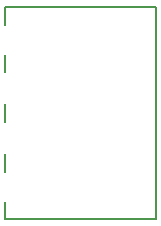
<source format=gbr>
%TF.GenerationSoftware,Altium Limited,Altium Designer,19.1.8 (144)*%
G04 Layer_Color=32768*
%FSLAX26Y26*%
%MOIN*%
%TF.FileFunction,Other,Mechanical_7*%
%TF.Part,Single*%
G01*
G75*
%TA.AperFunction,NonConductor*%
%ADD60C,0.007870*%
D60*
X6200910Y4928070D02*
Y4987360D01*
Y4278700D02*
Y4337990D01*
Y4768860D02*
Y4827910D01*
Y4603500D02*
Y4662560D01*
Y4438150D02*
Y4497200D01*
Y4987360D02*
X6704840D01*
Y4278700D02*
Y4987360D01*
X6200910Y4278700D02*
X6704840D01*
%TF.MD5,aad7f53b9e69323320dd3c1e8d95f9de*%
M02*

</source>
